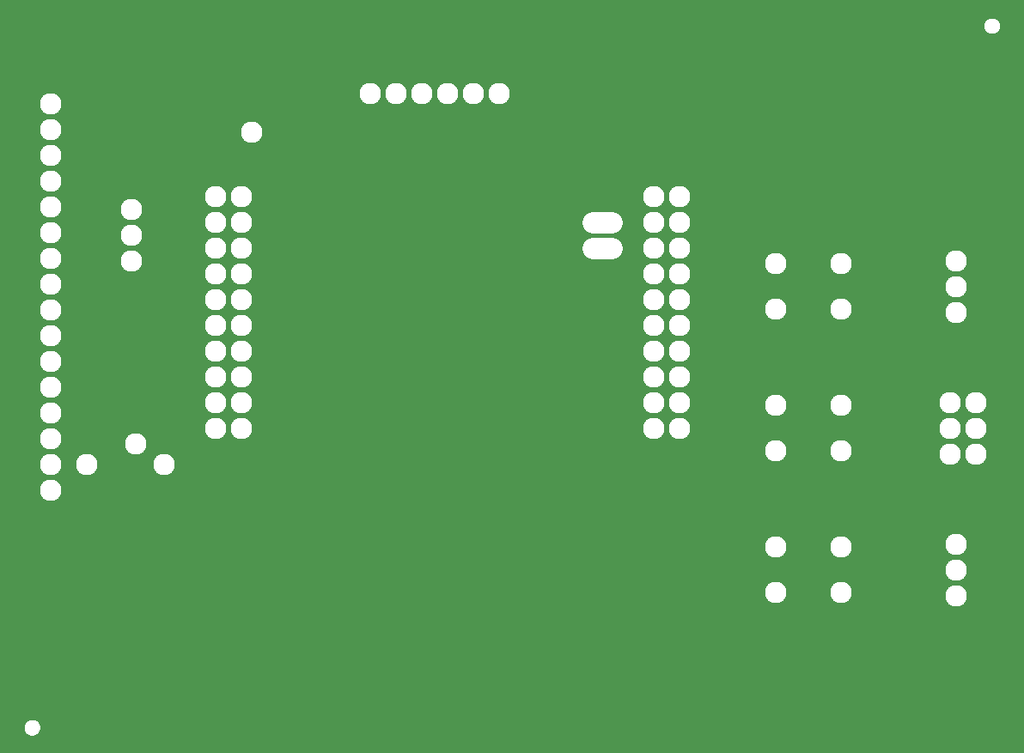
<source format=gts>
G04 EAGLE Gerber RS-274X export*
G75*
%MOMM*%
%FSLAX34Y34*%
%LPD*%
%INSoldermask Top*%
%IPNEG*%
%AMOC8*
5,1,8,0,0,1.08239X$1,22.5*%
G01*
%ADD10C,2.127200*%
%ADD11C,0.750000*%
%ADD12C,2.127200*%


D10*
X78800Y789900D03*
X78800Y764500D03*
X78800Y739100D03*
X78800Y713700D03*
X78800Y688300D03*
X78800Y662900D03*
X78800Y637500D03*
X78800Y612100D03*
X78800Y586700D03*
X78800Y561300D03*
X78800Y535900D03*
X78800Y510500D03*
X78800Y485100D03*
X78800Y459700D03*
X78800Y434300D03*
X78800Y408900D03*
X190500Y434340D03*
X114300Y434340D03*
X520700Y800100D03*
X495300Y800100D03*
X469900Y800100D03*
X444500Y800100D03*
X419100Y800100D03*
X393700Y800100D03*
X858012Y586994D03*
X858012Y632206D03*
X792988Y586994D03*
X792988Y632206D03*
X858012Y447294D03*
X858012Y492506D03*
X792988Y447294D03*
X792988Y492506D03*
X858012Y307594D03*
X858012Y352806D03*
X792988Y307594D03*
X792988Y352806D03*
X990600Y469900D03*
X990600Y444500D03*
X990600Y495300D03*
X965200Y495300D03*
X965200Y469900D03*
X965200Y444500D03*
X158750Y635000D03*
X158750Y685800D03*
X158750Y660400D03*
X971550Y584200D03*
X971550Y635000D03*
X971550Y609600D03*
X971550Y304800D03*
X971550Y355600D03*
X971550Y330200D03*
D11*
X56650Y174700D02*
X56652Y174822D01*
X56658Y174944D01*
X56668Y175066D01*
X56682Y175187D01*
X56700Y175308D01*
X56721Y175428D01*
X56747Y175547D01*
X56776Y175666D01*
X56810Y175783D01*
X56847Y175899D01*
X56888Y176014D01*
X56933Y176128D01*
X56981Y176240D01*
X57033Y176351D01*
X57088Y176459D01*
X57147Y176566D01*
X57210Y176671D01*
X57276Y176774D01*
X57345Y176874D01*
X57417Y176973D01*
X57493Y177069D01*
X57571Y177162D01*
X57653Y177253D01*
X57738Y177341D01*
X57825Y177426D01*
X57915Y177508D01*
X58008Y177588D01*
X58103Y177664D01*
X58201Y177737D01*
X58301Y177807D01*
X58403Y177874D01*
X58507Y177937D01*
X58614Y177997D01*
X58722Y178054D01*
X58832Y178106D01*
X58944Y178156D01*
X59057Y178201D01*
X59172Y178243D01*
X59288Y178281D01*
X59405Y178316D01*
X59523Y178346D01*
X59642Y178373D01*
X59762Y178395D01*
X59883Y178414D01*
X60004Y178429D01*
X60126Y178440D01*
X60247Y178447D01*
X60369Y178450D01*
X60492Y178449D01*
X60614Y178444D01*
X60735Y178435D01*
X60857Y178422D01*
X60978Y178405D01*
X61098Y178384D01*
X61217Y178360D01*
X61336Y178331D01*
X61454Y178299D01*
X61570Y178263D01*
X61686Y178223D01*
X61800Y178179D01*
X61912Y178132D01*
X62023Y178081D01*
X62132Y178026D01*
X62240Y177968D01*
X62345Y177906D01*
X62448Y177841D01*
X62550Y177773D01*
X62648Y177701D01*
X62745Y177626D01*
X62839Y177549D01*
X62930Y177468D01*
X63019Y177384D01*
X63105Y177297D01*
X63188Y177208D01*
X63268Y177116D01*
X63345Y177021D01*
X63419Y176924D01*
X63490Y176824D01*
X63558Y176723D01*
X63622Y176619D01*
X63683Y176513D01*
X63740Y176405D01*
X63794Y176296D01*
X63844Y176184D01*
X63890Y176071D01*
X63933Y175957D01*
X63972Y175841D01*
X64007Y175725D01*
X64039Y175607D01*
X64066Y175488D01*
X64090Y175368D01*
X64110Y175247D01*
X64126Y175126D01*
X64138Y175005D01*
X64146Y174883D01*
X64150Y174761D01*
X64150Y174639D01*
X64146Y174517D01*
X64138Y174395D01*
X64126Y174274D01*
X64110Y174153D01*
X64090Y174032D01*
X64066Y173912D01*
X64039Y173793D01*
X64007Y173675D01*
X63972Y173559D01*
X63933Y173443D01*
X63890Y173329D01*
X63844Y173216D01*
X63794Y173104D01*
X63740Y172995D01*
X63683Y172887D01*
X63622Y172781D01*
X63558Y172677D01*
X63490Y172576D01*
X63419Y172476D01*
X63345Y172379D01*
X63268Y172284D01*
X63188Y172192D01*
X63105Y172103D01*
X63019Y172016D01*
X62930Y171932D01*
X62839Y171851D01*
X62745Y171774D01*
X62648Y171699D01*
X62550Y171627D01*
X62448Y171559D01*
X62345Y171494D01*
X62240Y171432D01*
X62132Y171374D01*
X62023Y171319D01*
X61912Y171268D01*
X61800Y171221D01*
X61686Y171177D01*
X61570Y171137D01*
X61454Y171101D01*
X61336Y171069D01*
X61217Y171040D01*
X61098Y171016D01*
X60978Y170995D01*
X60857Y170978D01*
X60735Y170965D01*
X60614Y170956D01*
X60492Y170951D01*
X60369Y170950D01*
X60247Y170953D01*
X60126Y170960D01*
X60004Y170971D01*
X59883Y170986D01*
X59762Y171005D01*
X59642Y171027D01*
X59523Y171054D01*
X59405Y171084D01*
X59288Y171119D01*
X59172Y171157D01*
X59057Y171199D01*
X58944Y171244D01*
X58832Y171294D01*
X58722Y171346D01*
X58614Y171403D01*
X58507Y171463D01*
X58403Y171526D01*
X58301Y171593D01*
X58201Y171663D01*
X58103Y171736D01*
X58008Y171812D01*
X57915Y171892D01*
X57825Y171974D01*
X57738Y172059D01*
X57653Y172147D01*
X57571Y172238D01*
X57493Y172331D01*
X57417Y172427D01*
X57345Y172526D01*
X57276Y172626D01*
X57210Y172729D01*
X57147Y172834D01*
X57088Y172941D01*
X57033Y173049D01*
X56981Y173160D01*
X56933Y173272D01*
X56888Y173386D01*
X56847Y173501D01*
X56810Y173617D01*
X56776Y173734D01*
X56747Y173853D01*
X56721Y173972D01*
X56700Y174092D01*
X56682Y174213D01*
X56668Y174334D01*
X56658Y174456D01*
X56652Y174578D01*
X56650Y174700D01*
X1002650Y866700D02*
X1002652Y866822D01*
X1002658Y866944D01*
X1002668Y867066D01*
X1002682Y867187D01*
X1002700Y867308D01*
X1002721Y867428D01*
X1002747Y867547D01*
X1002776Y867666D01*
X1002810Y867783D01*
X1002847Y867899D01*
X1002888Y868014D01*
X1002933Y868128D01*
X1002981Y868240D01*
X1003033Y868351D01*
X1003088Y868459D01*
X1003147Y868566D01*
X1003210Y868671D01*
X1003276Y868774D01*
X1003345Y868874D01*
X1003417Y868973D01*
X1003493Y869069D01*
X1003571Y869162D01*
X1003653Y869253D01*
X1003738Y869341D01*
X1003825Y869426D01*
X1003915Y869508D01*
X1004008Y869588D01*
X1004103Y869664D01*
X1004201Y869737D01*
X1004301Y869807D01*
X1004403Y869874D01*
X1004507Y869937D01*
X1004614Y869997D01*
X1004722Y870054D01*
X1004832Y870106D01*
X1004944Y870156D01*
X1005057Y870201D01*
X1005172Y870243D01*
X1005288Y870281D01*
X1005405Y870316D01*
X1005523Y870346D01*
X1005642Y870373D01*
X1005762Y870395D01*
X1005883Y870414D01*
X1006004Y870429D01*
X1006126Y870440D01*
X1006247Y870447D01*
X1006369Y870450D01*
X1006492Y870449D01*
X1006614Y870444D01*
X1006735Y870435D01*
X1006857Y870422D01*
X1006978Y870405D01*
X1007098Y870384D01*
X1007217Y870360D01*
X1007336Y870331D01*
X1007454Y870299D01*
X1007570Y870263D01*
X1007686Y870223D01*
X1007800Y870179D01*
X1007912Y870132D01*
X1008023Y870081D01*
X1008132Y870026D01*
X1008240Y869968D01*
X1008345Y869906D01*
X1008448Y869841D01*
X1008550Y869773D01*
X1008648Y869701D01*
X1008745Y869626D01*
X1008839Y869549D01*
X1008930Y869468D01*
X1009019Y869384D01*
X1009105Y869297D01*
X1009188Y869208D01*
X1009268Y869116D01*
X1009345Y869021D01*
X1009419Y868924D01*
X1009490Y868824D01*
X1009558Y868723D01*
X1009622Y868619D01*
X1009683Y868513D01*
X1009740Y868405D01*
X1009794Y868296D01*
X1009844Y868184D01*
X1009890Y868071D01*
X1009933Y867957D01*
X1009972Y867841D01*
X1010007Y867725D01*
X1010039Y867607D01*
X1010066Y867488D01*
X1010090Y867368D01*
X1010110Y867247D01*
X1010126Y867126D01*
X1010138Y867005D01*
X1010146Y866883D01*
X1010150Y866761D01*
X1010150Y866639D01*
X1010146Y866517D01*
X1010138Y866395D01*
X1010126Y866274D01*
X1010110Y866153D01*
X1010090Y866032D01*
X1010066Y865912D01*
X1010039Y865793D01*
X1010007Y865675D01*
X1009972Y865559D01*
X1009933Y865443D01*
X1009890Y865329D01*
X1009844Y865216D01*
X1009794Y865104D01*
X1009740Y864995D01*
X1009683Y864887D01*
X1009622Y864781D01*
X1009558Y864677D01*
X1009490Y864576D01*
X1009419Y864476D01*
X1009345Y864379D01*
X1009268Y864284D01*
X1009188Y864192D01*
X1009105Y864103D01*
X1009019Y864016D01*
X1008930Y863932D01*
X1008839Y863851D01*
X1008745Y863774D01*
X1008648Y863699D01*
X1008550Y863627D01*
X1008448Y863559D01*
X1008345Y863494D01*
X1008240Y863432D01*
X1008132Y863374D01*
X1008023Y863319D01*
X1007912Y863268D01*
X1007800Y863221D01*
X1007686Y863177D01*
X1007570Y863137D01*
X1007454Y863101D01*
X1007336Y863069D01*
X1007217Y863040D01*
X1007098Y863016D01*
X1006978Y862995D01*
X1006857Y862978D01*
X1006735Y862965D01*
X1006614Y862956D01*
X1006492Y862951D01*
X1006369Y862950D01*
X1006247Y862953D01*
X1006126Y862960D01*
X1006004Y862971D01*
X1005883Y862986D01*
X1005762Y863005D01*
X1005642Y863027D01*
X1005523Y863054D01*
X1005405Y863084D01*
X1005288Y863119D01*
X1005172Y863157D01*
X1005057Y863199D01*
X1004944Y863244D01*
X1004832Y863294D01*
X1004722Y863346D01*
X1004614Y863403D01*
X1004507Y863463D01*
X1004403Y863526D01*
X1004301Y863593D01*
X1004201Y863663D01*
X1004103Y863736D01*
X1004008Y863812D01*
X1003915Y863892D01*
X1003825Y863974D01*
X1003738Y864059D01*
X1003653Y864147D01*
X1003571Y864238D01*
X1003493Y864331D01*
X1003417Y864427D01*
X1003345Y864526D01*
X1003276Y864626D01*
X1003210Y864729D01*
X1003147Y864834D01*
X1003088Y864941D01*
X1003033Y865049D01*
X1002981Y865160D01*
X1002933Y865272D01*
X1002888Y865386D01*
X1002847Y865501D01*
X1002810Y865617D01*
X1002776Y865734D01*
X1002747Y865853D01*
X1002721Y865972D01*
X1002700Y866092D01*
X1002682Y866213D01*
X1002668Y866334D01*
X1002658Y866456D01*
X1002652Y866578D01*
X1002650Y866700D01*
D12*
X631920Y673100D02*
X612680Y673100D01*
X612680Y647700D02*
X631920Y647700D01*
D10*
X241300Y698500D03*
X241300Y673100D03*
X241300Y647700D03*
X241300Y622300D03*
X241300Y596900D03*
X241300Y571500D03*
X266700Y698500D03*
X266700Y673100D03*
X266700Y647700D03*
X266700Y622300D03*
X266700Y596900D03*
X266700Y571500D03*
X241300Y546100D03*
X241300Y520700D03*
X266700Y546100D03*
X266700Y520700D03*
X241300Y495300D03*
X266700Y495300D03*
X241300Y469900D03*
X266700Y469900D03*
X673100Y698500D03*
X673100Y673100D03*
X673100Y647700D03*
X673100Y622300D03*
X673100Y596900D03*
X673100Y571500D03*
X698500Y698500D03*
X698500Y673100D03*
X698500Y647700D03*
X698500Y622300D03*
X698500Y596900D03*
X698500Y571500D03*
X673100Y546100D03*
X673100Y520700D03*
X698500Y546100D03*
X698500Y520700D03*
X673100Y495300D03*
X698500Y495300D03*
X673100Y469900D03*
X698500Y469900D03*
X162560Y454660D03*
X276860Y762000D03*
M02*

</source>
